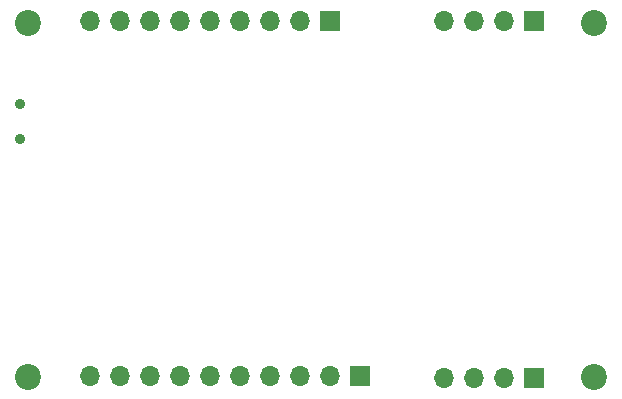
<source format=gbr>
%TF.GenerationSoftware,KiCad,Pcbnew,8.0.5*%
%TF.CreationDate,2024-10-20T15:16:03+03:00*%
%TF.ProjectId,FirstTrace,46697273-7454-4726-9163-652e6b696361,rev?*%
%TF.SameCoordinates,Original*%
%TF.FileFunction,Soldermask,Bot*%
%TF.FilePolarity,Negative*%
%FSLAX46Y46*%
G04 Gerber Fmt 4.6, Leading zero omitted, Abs format (unit mm)*
G04 Created by KiCad (PCBNEW 8.0.5) date 2024-10-20 15:16:03*
%MOMM*%
%LPD*%
G01*
G04 APERTURE LIST*
%ADD10C,2.200000*%
%ADD11C,0.900000*%
%ADD12R,1.700000X1.700000*%
%ADD13O,1.700000X1.700000*%
G04 APERTURE END LIST*
D10*
%TO.C,H2*%
X184420000Y-84880000D03*
%TD*%
D11*
%TO.C,SW1*%
X135855000Y-91730000D03*
X135855000Y-94730000D03*
%TD*%
D12*
%TO.C,J3*%
X162060000Y-84720000D03*
D13*
X159520000Y-84720000D03*
X156980000Y-84720000D03*
X154440000Y-84720000D03*
X151900000Y-84720000D03*
X149360000Y-84720000D03*
X146820000Y-84720000D03*
X144280000Y-84720000D03*
X141740000Y-84720000D03*
%TD*%
D10*
%TO.C,H3*%
X184420000Y-114840000D03*
%TD*%
%TO.C,H1*%
X136480000Y-84880000D03*
%TD*%
D12*
%TO.C,J4*%
X179350000Y-114980000D03*
D13*
X176810000Y-114980000D03*
X174270000Y-114980000D03*
X171730000Y-114980000D03*
%TD*%
D10*
%TO.C,H4*%
X136480000Y-114840000D03*
%TD*%
D12*
%TO.C,J2*%
X179350000Y-84730000D03*
D13*
X176810000Y-84730000D03*
X174270000Y-84730000D03*
X171730000Y-84730000D03*
%TD*%
D12*
%TO.C,J5*%
X164610000Y-114830000D03*
D13*
X162070000Y-114830000D03*
X159530000Y-114830000D03*
X156990000Y-114830000D03*
X154450000Y-114830000D03*
X151910000Y-114830000D03*
X149370000Y-114830000D03*
X146830000Y-114830000D03*
X144290000Y-114830000D03*
X141750000Y-114830000D03*
%TD*%
M02*

</source>
